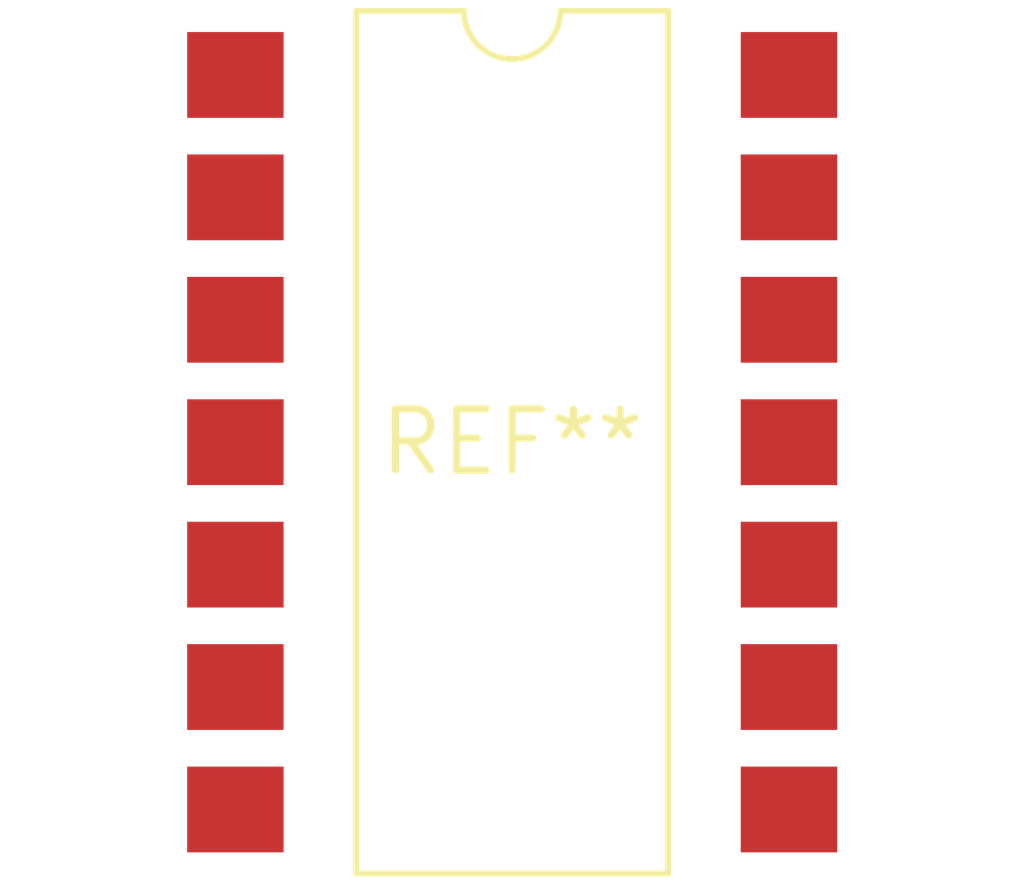
<source format=kicad_pcb>
(kicad_pcb (version 20240108) (generator pcbnew)
  (layers (0 "F.Cu" signal) (31 "B.Cu" signal) (34 "B.Paste" user) (35 "F.Paste" user) (36 "B.SilkS" user "B.Silkscreen") (37 "F.SilkS" user "F.Silkscreen") (38 "B.Mask" user) (39 "F.Mask" user) (44 "Edge.Cuts" user))
  (net 0 "")
  (footprint "SMDIP-14_W11.48mm" (layer "F.Cu") (at 0 0)
    (property "Reference" "REF**")
    (property "Value" "SMDIP-14_W11.48mm")
    (fp_line (start -3.235 -8.95) (end -3.235 8.95) (layer "F.SilkS") (stroke (width 0.12)))
    (fp_line (start -3.235 8.95) (end 3.235 8.95) (layer "F.SilkS") (stroke (width 0.12)))
    (fp_line (start -1 -8.95) (end -3.235 -8.95) (layer "F.SilkS") (stroke (width 0.12)))
    (fp_line (start 3.235 -8.95) (end 1 -8.95) (layer "F.SilkS") (stroke (width 0.12)))
    (fp_line (start 3.235 8.95) (end 3.235 -8.95) (layer "F.SilkS") (stroke (width 0.12)))
    (fp_arc (start 1 -8.95) (mid 0 -7.95) (end -1 -8.95) (layer "F.SilkS") (stroke (width 0.12)))
    (pad "1" smd rect (at -5.74 -7.62) (size 2 1.78) (layers "F.Cu" "F.Paste" "F.Mask"))
    (pad "2" smd rect (at -5.74 -5.08) (size 2 1.78) (layers "F.Cu" "F.Paste" "F.Mask"))
    (pad "3" smd rect (at -5.74 -2.54) (size 2 1.78) (layers "F.Cu" "F.Paste" "F.Mask"))
    (pad "4" smd rect (at -5.74 0) (size 2 1.78) (layers "F.Cu" "F.Paste" "F.Mask"))
    (pad "5" smd rect (at -5.74 2.54) (size 2 1.78) (layers "F.Cu" "F.Paste" "F.Mask"))
    (pad "6" smd rect (at -5.74 5.08) (size 2 1.78) (layers "F.Cu" "F.Paste" "F.Mask"))
    (pad "7" smd rect (at -5.74 7.62) (size 2 1.78) (layers "F.Cu" "F.Paste" "F.Mask"))
    (pad "8" smd rect (at 5.74 7.62) (size 2 1.78) (layers "F.Cu" "F.Paste" "F.Mask"))
    (pad "9" smd rect (at 5.74 5.08) (size 2 1.78) (layers "F.Cu" "F.Paste" "F.Mask"))
    (pad "10" smd rect (at 5.74 2.54) (size 2 1.78) (layers "F.Cu" "F.Paste" "F.Mask"))
    (pad "11" smd rect (at 5.74 0) (size 2 1.78) (layers "F.Cu" "F.Paste" "F.Mask"))
    (pad "12" smd rect (at 5.74 -2.54) (size 2 1.78) (layers "F.Cu" "F.Paste" "F.Mask"))
    (pad "13" smd rect (at 5.74 -5.08) (size 2 1.78) (layers "F.Cu" "F.Paste" "F.Mask"))
    (pad "14" smd rect (at 5.74 -7.62) (size 2 1.78) (layers "F.Cu" "F.Paste" "F.Mask"))
  )
)
</source>
